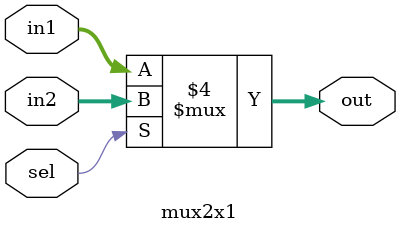
<source format=v>


module mux2x1 #(parameter width = 16)(
              input [width-1:0] in1,       
              input [width-1:0] in2,    
              input sel,                     
              output reg [width-1:0] out          
              );
  
  always @(*)
   begin
    if(sel == 1'b1)
     out = in2;
    else
     out = in1;
   end         
       
endmodule

</source>
